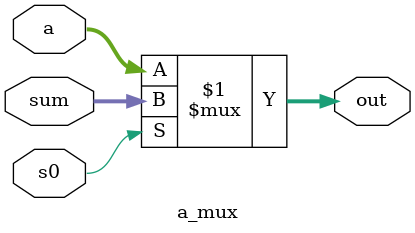
<source format=v>
module a_mux (a, sum, s0, out);
    input [7:0] a, sum;
    input s0;
    output [7:0] out;

    assign out = s0 ? sum : a;
endmodule
</source>
